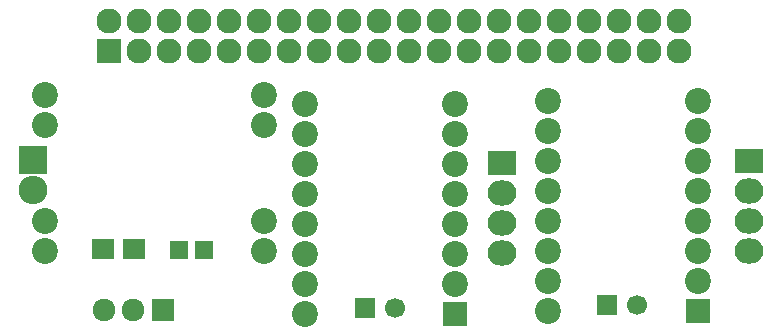
<source format=gbr>
G04 #@! TF.FileFunction,Soldermask,Top*
%FSLAX46Y46*%
G04 Gerber Fmt 4.6, Leading zero omitted, Abs format (unit mm)*
G04 Created by KiCad (PCBNEW 4.0.2+dfsg1-stable) date ថ្ងៃ​ព្រហស្បតិ៍ ថ្ងៃ 15 ខែ មិនា ឆ្នាំ  2018, 15 ម៉ោង m នាទី 28 វិនាទី​*
%MOMM*%
G01*
G04 APERTURE LIST*
%ADD10C,0.100000*%
%ADD11R,2.127200X2.127200*%
%ADD12O,2.127200X2.127200*%
%ADD13R,2.432000X2.127200*%
%ADD14O,2.432000X2.127200*%
%ADD15C,1.700000*%
%ADD16R,1.700000X1.700000*%
%ADD17R,1.598880X1.598880*%
%ADD18R,2.150000X2.150000*%
%ADD19C,2.200000*%
%ADD20R,2.432000X2.432000*%
%ADD21O,2.432000X2.432000*%
%ADD22R,1.900000X1.700000*%
%ADD23C,1.924000*%
%ADD24R,1.924000X1.924000*%
G04 APERTURE END LIST*
D10*
D11*
X129430000Y-98340000D03*
D12*
X129430000Y-95800000D03*
X131970000Y-98340000D03*
X131970000Y-95800000D03*
X134510000Y-98340000D03*
X134510000Y-95800000D03*
X137050000Y-98340000D03*
X137050000Y-95800000D03*
X139590000Y-98340000D03*
X139590000Y-95800000D03*
X142130000Y-98340000D03*
X142130000Y-95800000D03*
X144670000Y-98340000D03*
X144670000Y-95800000D03*
X147210000Y-98340000D03*
X147210000Y-95800000D03*
X149750000Y-98340000D03*
X149750000Y-95800000D03*
X152290000Y-98340000D03*
X152290000Y-95800000D03*
X154830000Y-98340000D03*
X154830000Y-95800000D03*
X157370000Y-98340000D03*
X157370000Y-95800000D03*
X159910000Y-98340000D03*
X159910000Y-95800000D03*
X162450000Y-98340000D03*
X162450000Y-95800000D03*
X164990000Y-98340000D03*
X164990000Y-95800000D03*
X167530000Y-98340000D03*
X167530000Y-95800000D03*
X170070000Y-98340000D03*
X170070000Y-95800000D03*
X172610000Y-98340000D03*
X172610000Y-95800000D03*
X175150000Y-98340000D03*
X175150000Y-95800000D03*
X177690000Y-98340000D03*
X177690000Y-95800000D03*
D13*
X183660000Y-107710000D03*
D14*
X183660000Y-110250000D03*
X183660000Y-112790000D03*
X183660000Y-115330000D03*
D15*
X153670000Y-120180000D03*
D16*
X151170000Y-120180000D03*
D15*
X174150000Y-119870000D03*
D16*
X171650000Y-119870000D03*
D17*
X137478040Y-115190000D03*
X135380000Y-115190000D03*
D18*
X179340000Y-120390000D03*
D19*
X179340000Y-117850000D03*
X179340000Y-115310000D03*
X179340000Y-112770000D03*
X179340000Y-110230000D03*
X179340000Y-107690000D03*
X179340000Y-105150000D03*
X179340000Y-102610000D03*
X166640000Y-120390000D03*
X166640000Y-117850000D03*
X166640000Y-115310000D03*
X166640000Y-112770000D03*
X166640000Y-110230000D03*
X166640000Y-105150000D03*
X166640000Y-107690000D03*
X166640000Y-102610000D03*
D18*
X158750000Y-120650000D03*
D19*
X158750000Y-118110000D03*
X158750000Y-115570000D03*
X158750000Y-113030000D03*
X158750000Y-110490000D03*
X158750000Y-107950000D03*
X158750000Y-105410000D03*
X158750000Y-102870000D03*
X146050000Y-120650000D03*
X146050000Y-118110000D03*
X146050000Y-115570000D03*
X146050000Y-113030000D03*
X146050000Y-110490000D03*
X146050000Y-105410000D03*
X146050000Y-107950000D03*
X146050000Y-102870000D03*
D20*
X123030000Y-107610000D03*
D21*
X123030000Y-110150000D03*
D22*
X128920000Y-115140000D03*
X131620000Y-115140000D03*
D19*
X124079000Y-102072000D03*
X124079000Y-104612000D03*
X124079000Y-115280000D03*
X124079000Y-112740000D03*
X142621000Y-102072000D03*
X142621000Y-104612000D03*
X142621000Y-112740000D03*
X142621000Y-115280000D03*
D13*
X162720000Y-107880000D03*
D14*
X162720000Y-110420000D03*
X162720000Y-112960000D03*
X162720000Y-115500000D03*
D23*
X131520000Y-120280000D03*
D24*
X134020000Y-120280000D03*
D23*
X129020000Y-120280000D03*
M02*

</source>
